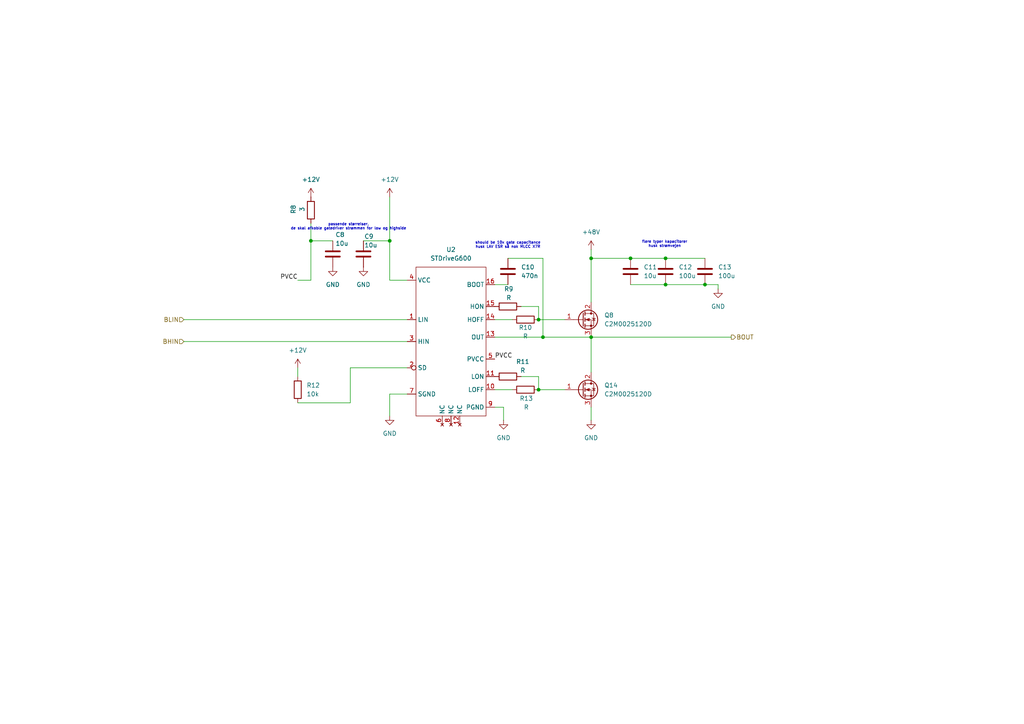
<source format=kicad_sch>
(kicad_sch (version 20250114) (generator "eeschema") (generator_version "9.0")
  (paper "A4")
  (lib_symbols
    (symbol "Device:C" (pin_numbers (hide yes)) (pin_names (offset 0.254))
      (property "Reference" "C" (at 0.635 2.54 0))
      (property "Value" "C" (at 0.635 -2.54 0))
      (symbol "C_0_1"
        (polyline (pts (xy -2.032 0.762) (xy 2.032 0.762)) (stroke (width 0.508)))
        (polyline (pts (xy -2.032 -0.762) (xy 2.032 -0.762)) (stroke (width 0.508)))
      )
      (symbol "C_1_1"
        (pin passive line (at 0 3.81 270) (length 2.794) (name "~") (number "1"))
        (pin passive line (at 0 -3.81 90) (length 2.794) (name "~") (number "2"))
      )
    )
    (symbol "Device:R" (pin_numbers (hide yes)) (pin_names (offset 0))
      (property "Reference" "R" (at 2.032 0 90))
      (property "Value" "R" (at 0 0 90))
      (symbol "R_0_1"
        (rectangle (start -1.016 -2.54) (end 1.016 2.54) (stroke (width 0.254)))
      )
      (symbol "R_1_1"
        (pin passive line (at 0 3.81 270) (length 1.27) (name "~") (number "1"))
        (pin passive line (at 0 -3.81 90) (length 1.27) (name "~") (number "2"))
      )
    )
    (symbol "Transistor_FET:C2M0025120D" (pin_names (hide yes))
      (property "Reference" "Q" (at 5.08 1.905 0))
      (property "Value" "C2M0025120D" (at 5.08 0 0))
      (symbol "C2M0025120D_0_1"
        (polyline (pts (xy 0.254 1.905) (xy 0.254 -1.905)) (stroke (width 0.254)))
        (polyline (pts (xy 0.254 0) (xy -2.54 0)))
        (polyline (pts (xy 0.762 2.286) (xy 0.762 1.27)) (stroke (width 0.254)))
        (polyline (pts (xy 0.762 0.508) (xy 0.762 -0.508)) (stroke (width 0.254)))
        (polyline (pts (xy 0.762 -1.27) (xy 0.762 -2.286)) (stroke (width 0.254)))
        (polyline (pts (xy 0.762 -1.778) (xy 3.302 -1.778) (xy 3.302 1.778) (xy 0.762 1.778)))
        (polyline (pts (xy 1.016 0) (xy 2.032 0.381) (xy 2.032 -0.381) (xy 1.016 0)) (fill (type outline)))
        (circle (center 1.651 0) (radius 2.794) (stroke (width 0.254)))
        (polyline (pts (xy 2.54 2.54) (xy 2.54 1.778)))
        (circle (center 2.54 1.778) (radius 0.254) (fill (type outline)))
        (circle (center 2.54 -1.778) (radius 0.254) (fill (type outline)))
        (polyline (pts (xy 2.54 -2.54) (xy 2.54 0) (xy 0.762 0)))
        (polyline (pts (xy 2.794 0.508) (xy 2.921 0.381) (xy 3.683 0.381) (xy 3.81 0.254)))
        (polyline (pts (xy 3.302 0.381) (xy 2.921 -0.254) (xy 3.683 -0.254) (xy 3.302 0.381)))
      )
      (symbol "C2M0025120D_1_1"
        (pin input line (at -5.08 0 0) (length 2.54) (name "G") (number "1"))
        (pin passive line (at 2.54 5.08 270) (length 2.54) (name "D") (number "2"))
        (pin passive line (at 2.54 -5.08 90) (length 2.54) (name "S") (number "3"))
      )
    )
    (symbol "power:+12V" (power) (pin_numbers (hide yes)) (pin_names (offset 0) (hide yes))
      (property "Value" "+12V" (at 0 3.556 0))
      (symbol "+12V_0_1"
        (polyline (pts (xy -0.762 1.27) (xy 0 2.54)))
        (polyline (pts (xy 0 2.54) (xy 0.762 1.27)))
        (polyline (pts (xy 0 0) (xy 0 2.54)))
      )
      (symbol "+12V_1_1"
        (pin power_in line (at 0 0 90) (length 0) (name "~") (number "1"))
      )
    )
    (symbol "power:+48V" (power) (pin_numbers (hide yes)) (pin_names (offset 0) (hide yes))
      (property "Value" "+48V" (at 0 3.556 0))
      (symbol "+48V_0_1"
        (polyline (pts (xy -0.762 1.27) (xy 0 2.54)))
        (polyline (pts (xy 0 2.54) (xy 0.762 1.27)))
        (polyline (pts (xy 0 0) (xy 0 2.54)))
      )
      (symbol "+48V_1_1"
        (pin power_in line (at 0 0 90) (length 0) (name "~") (number "1"))
      )
    )
    (symbol "power:GND" (power) (pin_numbers (hide yes)) (pin_names (offset 0) (hide yes))
      (property "Value" "GND" (at 0 -3.81 0))
      (symbol "GND_0_1"
        (polyline (pts (xy 0 0) (xy 0 -1.27) (xy 1.27 -1.27) (xy 0 -2.54) (xy -1.27 -1.27) (xy 0 -1.27)))
      )
      (symbol "GND_1_1"
        (pin power_in line (at 0 0 270) (length 0) (name "~") (number "1"))
      )
    )
    (symbol "stm:STDRIVEG600"
      (property "Reference" "U" (at 0 0 0))
      (symbol "STDRIVEG600_0_1"
        (rectangle (start -10.16 21.59) (end 10.16 -21.59))
      )
      (symbol "STDRIVEG600_1_1"
        (pin input line (at -12.7 17.78 0) (length 2.54) (name "VCC") (number "4"))
        (pin input line (at -12.7 6.35 0) (length 2.54) (name "LIN") (number "1"))
        (pin input line (at -12.7 0 0) (length 2.54) (name "HIN") (number "3"))
        (pin input inverted (at -12.7 -7.62 0) (length 2.54) (name "SD") (number "2"))
        (pin power_in line (at -12.7 -15.24 0) (length 2.54) (name "SGND") (number "7"))
        (pin no_connect line (at -2.54 -24.13 90) (length 2.54) (name "NC") (number "6"))
        (pin no_connect line (at 0 -24.13 90) (length 2.54) (name "NC") (number "8"))
        (pin no_connect line (at 2.54 -24.13 90) (length 2.54) (name "NC") (number "12"))
        (pin input line (at 12.7 16.51 180) (length 2.54) (name "BOOT") (number "16"))
        (pin output line (at 12.7 10.16 180) (length 2.54) (name "HON") (number "15"))
        (pin input line (at 12.7 6.35 180) (length 2.54) (name "HOFF") (number "14"))
        (pin input line (at 12.7 1.27 180) (length 2.54) (name "OUT") (number "13"))
        (pin input line (at 12.7 -5.08 180) (length 2.54) (name "PVCC") (number "5"))
        (pin input line (at 12.7 -10.16 180) (length 2.54) (name "LON") (number "11"))
        (pin input line (at 12.7 -13.97 180) (length 2.54) (name "LOFF") (number "10"))
        (pin power_in line (at 12.7 -19.05 180) (length 2.54) (name "PGND") (number "9"))
      )
    )
  )
  (text "flere typer kapacitorer\nhusk strømvejen" (at 192.786 70.866 0) (effects (font (size 0.762 0.762))))
  (text "should be 10x gate capacitance\nhusk LAV ESR så nok MLCC X7R\n" (at 147.32 71.12 0) (effects (font (size 0.762 0.762))))
  (text "passende størrelser,\nde skal afkoble gatedriver strømmen for low og highside" (at 101.092 65.786 0) (effects (font (size 0.762 0.762))))
  (junction (at 90.17 69.85))
  (junction (at 156.21 113.03))
  (junction (at 171.45 97.79))
  (junction (at 193.04 82.55))
  (junction (at 204.47 82.55))
  (junction (at 182.88 74.93))
  (junction (at 171.45 74.93))
  (junction (at 113.03 69.85))
  (junction (at 156.21 92.71))
  (junction (at 193.04 74.93))
  (junction (at 157.48 97.79))
  (wire (pts (xy 182.88 74.93) (xy 193.04 74.93)))
  (wire (pts (xy 208.28 82.55) (xy 208.28 83.82)))
  (wire (pts (xy 193.04 82.55) (xy 204.47 82.55)))
  (wire (pts (xy 171.45 72.39) (xy 171.45 74.93)))
  (wire (pts (xy 151.13 109.22) (xy 156.21 109.22)))
  (wire (pts (xy 118.11 114.3) (xy 113.03 114.3)))
  (wire (pts (xy 90.17 64.77) (xy 90.17 69.85)))
  (wire (pts (xy 171.45 97.79) (xy 171.45 107.95)))
  (wire (pts (xy 143.51 92.71) (xy 148.59 92.71)))
  (wire (pts (xy 113.03 69.85) (xy 113.03 57.15)))
  (wire (pts (xy 157.48 74.93) (xy 147.32 74.93)))
  (wire (pts (xy 86.36 116.84) (xy 101.6 116.84)))
  (wire (pts (xy 90.17 81.28) (xy 90.17 69.85)))
  (wire (pts (xy 171.45 97.79) (xy 212.09 97.79)))
  (wire (pts (xy 208.28 82.55) (xy 204.47 82.55)))
  (wire (pts (xy 90.17 69.85) (xy 96.52 69.85)))
  (wire (pts (xy 118.11 81.28) (xy 113.03 81.28)))
  (wire (pts (xy 156.21 88.9) (xy 156.21 92.71)))
  (wire (pts (xy 86.36 106.68) (xy 86.36 109.22)))
  (wire (pts (xy 53.34 99.06) (xy 118.11 99.06)))
  (wire (pts (xy 156.21 92.71) (xy 163.83 92.71)))
  (wire (pts (xy 171.45 74.93) (xy 171.45 87.63)))
  (wire (pts (xy 193.04 74.93) (xy 204.47 74.93)))
  (wire (pts (xy 151.13 88.9) (xy 156.21 88.9)))
  (wire (pts (xy 113.03 114.3) (xy 113.03 120.65)))
  (wire (pts (xy 101.6 116.84) (xy 101.6 106.68)))
  (wire (pts (xy 182.88 82.55) (xy 193.04 82.55)))
  (wire (pts (xy 157.48 97.79) (xy 157.48 74.93)))
  (wire (pts (xy 156.21 113.03) (xy 163.83 113.03)))
  (wire (pts (xy 101.6 106.68) (xy 118.11 106.68)))
  (wire (pts (xy 113.03 81.28) (xy 113.03 69.85)))
  (wire (pts (xy 171.45 118.11) (xy 171.45 121.92)))
  (wire (pts (xy 143.51 113.03) (xy 148.59 113.03)))
  (wire (pts (xy 171.45 74.93) (xy 182.88 74.93)))
  (wire (pts (xy 143.51 118.11) (xy 146.05 118.11)))
  (wire (pts (xy 143.51 82.55) (xy 147.32 82.55)))
  (wire (pts (xy 156.21 109.22) (xy 156.21 113.03)))
  (wire (pts (xy 143.51 97.79) (xy 157.48 97.79)))
  (wire (pts (xy 86.36 81.28) (xy 90.17 81.28)))
  (wire (pts (xy 157.48 97.79) (xy 171.45 97.79)))
  (wire (pts (xy 146.05 118.11) (xy 146.05 121.92)))
  (wire (pts (xy 53.34 92.71) (xy 118.11 92.71)))
  (wire (pts (xy 105.41 69.85) (xy 113.03 69.85)))
  (label "PVCC" (at 86.36 81.28 180))
  (label "PVCC" (at 143.51 104.14 0))
  (hierarchical_label "BOUT" (shape output) (at 212.09 97.79 0))
  (hierarchical_label "BLIN" (shape input) (at 53.34 92.71 180))
  (hierarchical_label "BHIN" (shape input) (at 53.34 99.06 180))
  (symbol (lib_id "Device:C") (at 182.88 78.74 0) (unit 1)
    (property "Reference" "C11" (at 186.69 77.4699 0) (effects (justify left)))
    (property "Value" "10u" (at 186.69 80.0099 0) (effects (justify left)))
    (property "Footprint" "Capacitor_SMD:C_2220_5750Metric" (effects (hide yes)))
    (property "Description" "Unpolarized capacitor" (effects (hide yes)))
  )
  (symbol (lib_id "Device:R") (at 90.17 60.96 180) (unit 1)
    (property "Reference" "R8" (at 85.09 60.706 90))
    (property "Value" "3" (at 87.63 60.706 90))
    (property "Footprint" "Resistor_SMD:R_1210_3225Metric" (effects (hide yes)))
    (property "Description" "Resistor" (effects (hide yes)))
  )
  (symbol (lib_id "power:+12V") (at 86.36 106.68 0) (unit 1)
    (property "Reference" "#PWR021" (effects (hide yes)))
    (property "Value" "+12V" (at 86.36 101.6 0))
    (property "Description" "Power symbol creates a global label with name \"+12V\"" (effects (hide yes)))
  )
  (symbol (lib_id "Device:C") (at 147.32 78.74 0) (unit 1)
    (property "Reference" "C10" (at 151.13 77.4699 0) (effects (justify left)))
    (property "Value" "470n" (at 151.13 80.0099 0) (effects (justify left)))
    (property "Footprint" "Capacitor_SMD:C_1206_3216Metric" (effects (hide yes)))
    (property "Description" "Unpolarized capacitor" (effects (hide yes)))
  )
  (symbol (lib_id "power:+12V") (at 113.03 57.15 0) (unit 1)
    (property "Reference" "#PWR016" (effects (hide yes)))
    (property "Value" "+12V" (at 113.03 52.07 0))
    (property "Description" "Power symbol creates a global label with name \"+12V\"" (effects (hide yes)))
  )
  (symbol (lib_id "power:+48V") (at 171.45 72.39 0) (unit 1)
    (property "Reference" "#PWR017" (effects (hide yes)))
    (property "Value" "+48V" (at 171.45 67.31 0))
    (property "Description" "Power symbol creates a global label with name \"+48V\"" (effects (hide yes)))
  )
  (symbol (lib_id "Device:R") (at 152.4 92.71 90) (unit 1)
    (property "Reference" "R10" (at 152.4 94.996 90))
    (property "Value" "R" (at 152.4 97.536 90))
    (property "Footprint" "Resistor_SMD:R_1206_3216Metric" (effects (hide yes)))
    (property "Description" "Resistor" (effects (hide yes)))
  )
  (symbol (lib_id "Device:C") (at 96.52 73.66 0) (unit 1)
    (property "Reference" "C8" (at 97.282 68.072 0) (effects (justify left)))
    (property "Value" "10u" (at 97.282 70.612 0) (effects (justify left)))
    (property "Footprint" "Capacitor_SMD:C_1812_4532Metric" (effects (hide yes)))
    (property "Description" "Unpolarized capacitor" (effects (hide yes)))
  )
  (symbol (lib_id "power:GND") (at 208.28 83.82 0) (unit 1)
    (property "Reference" "#PWR020" (effects (hide yes)))
    (property "Value" "GND" (at 208.28 88.9 0))
    (property "Description" "Power symbol creates a global label with name \"GND\" , ground" (effects (hide yes)))
  )
  (symbol (lib_id "Device:C") (at 193.04 78.74 0) (unit 1)
    (property "Reference" "C12" (at 196.85 77.4699 0) (effects (justify left)))
    (property "Value" "100u" (at 196.85 80.0099 0) (effects (justify left)))
    (property "Footprint" "Capacitor_SMD:C_Elec_6.3x7.7" (effects (hide yes)))
    (property "Description" "Unpolarized capacitor" (effects (hide yes)))
  )
  (symbol (lib_id "stm:STDRIVEG600") (at 130.81 99.06 0) (unit 1)
    (property "Reference" "U2" (at 130.81 72.39 0))
    (property "Value" "STDriveG600" (at 130.81 74.93 0))
    (property "Footprint" "Package_SO:SO-16_3.9x9.9mm_P1.27mm" (effects (hide yes)))
    (property "Datasheet" "https://www.st.com/resource/en/datasheet/stdriveg600.pdf" (effects (hide yes)))
    (property "Description" "Half-bridge gatedriver" (effects (hide yes)))
  )
  (symbol (lib_id "power:+12V") (at 90.17 57.15 0) (unit 1)
    (property "Reference" "#PWR015" (effects (hide yes)))
    (property "Value" "+12V" (at 90.17 52.07 0))
    (property "Description" "Power symbol creates a global label with name \"+12V\"" (effects (hide yes)))
  )
  (symbol (lib_id "Device:C") (at 105.41 73.66 0) (unit 1)
    (property "Reference" "C9" (at 105.664 68.58 0) (effects (justify left)))
    (property "Value" "10u" (at 105.664 71.12 0) (effects (justify left)))
    (property "Footprint" "Capacitor_SMD:C_1812_4532Metric" (effects (hide yes)))
    (property "Description" "Unpolarized capacitor" (effects (hide yes)))
  )
  (symbol (lib_id "Device:C") (at 204.47 78.74 0) (unit 1)
    (property "Reference" "C13" (at 208.28 77.4699 0) (effects (justify left)))
    (property "Value" "100u" (at 208.28 80.0099 0) (effects (justify left)))
    (property "Footprint" "Capacitor_SMD:C_Elec_6.3x7.7" (effects (hide yes)))
    (property "Description" "Unpolarized capacitor" (effects (hide yes)))
  )
  (symbol (lib_id "Device:R") (at 152.4 113.03 90) (unit 1)
    (property "Reference" "R13" (at 152.654 115.57 90))
    (property "Value" "R" (at 152.654 118.11 90))
    (property "Footprint" "Resistor_SMD:R_1206_3216Metric" (effects (hide yes)))
    (property "Description" "Resistor" (effects (hide yes)))
  )
  (symbol (lib_id "power:GND") (at 146.05 121.92 0) (unit 1)
    (property "Reference" "#PWR023" (effects (hide yes)))
    (property "Value" "GND" (at 146.05 127 0))
    (property "Description" "Power symbol creates a global label with name \"GND\" , ground" (effects (hide yes)))
  )
  (symbol (lib_id "power:GND") (at 171.45 121.92 0) (unit 1)
    (property "Reference" "#PWR024" (effects (hide yes)))
    (property "Value" "GND" (at 171.45 127 0))
    (property "Description" "Power symbol creates a global label with name \"GND\" , ground" (effects (hide yes)))
  )
  (symbol (lib_id "Device:R") (at 86.36 113.03 180) (unit 1)
    (property "Reference" "R12" (at 88.9 111.7599 0) (effects (justify right)))
    (property "Value" "10k" (at 88.9 114.2999 0) (effects (justify right)))
    (property "Footprint" "Resistor_SMD:R_1812_4532Metric" (effects (hide yes)))
    (property "Description" "Resistor" (effects (hide yes)))
  )
  (symbol (lib_id "power:GND") (at 96.52 77.47 0) (unit 1)
    (property "Reference" "#PWR018" (effects (hide yes)))
    (property "Value" "GND" (at 96.52 82.55 0))
    (property "Description" "Power symbol creates a global label with name \"GND\" , ground" (effects (hide yes)))
  )
  (symbol (lib_id "power:GND") (at 105.41 77.47 0) (unit 1)
    (property "Reference" "#PWR019" (effects (hide yes)))
    (property "Value" "GND" (at 105.41 82.55 0))
    (property "Description" "Power symbol creates a global label with name \"GND\" , ground" (effects (hide yes)))
  )
  (symbol (lib_id "Device:R") (at 147.32 88.9 90) (unit 1)
    (property "Reference" "R9" (at 147.574 83.82 90))
    (property "Value" "R" (at 147.574 86.36 90))
    (property "Footprint" "Resistor_SMD:R_1206_3216Metric" (effects (hide yes)))
    (property "Description" "Resistor" (effects (hide yes)))
  )
  (symbol (lib_id "Transistor_FET:C2M0025120D") (at 168.91 113.03 0) (unit 1)
    (property "Reference" "Q14" (at 175.26 111.7599 0) (effects (justify left)))
    (property "Value" "C2M0025120D" (at 175.26 114.2999 0) (effects (justify left)))
    (property "Footprint" "Package_TO_SOT_SMD:TO-252-2" (effects (hide yes)))
    (property "Datasheet" "https://www.wolfspeed.com/media/downloads/161/C2M0025120D.pdf" (effects (hide yes)))
    (property "Description" "90A Id, 1200V Vds, 25mOhm, N-Channel SiC MOSFET, TO-247" (effects (hide yes)))
  )
  (symbol (lib_id "power:GND") (at 113.03 120.65 0) (unit 1)
    (property "Reference" "#PWR022" (effects (hide yes)))
    (property "Value" "GND" (at 113.03 125.73 0))
    (property "Description" "Power symbol creates a global label with name \"GND\" , ground" (effects (hide yes)))
  )
  (symbol (lib_id "Transistor_FET:C2M0025120D") (at 168.91 92.71 0) (unit 1)
    (property "Reference" "Q8" (at 175.26 91.4399 0) (effects (justify left)))
    (property "Value" "C2M0025120D" (at 175.26 93.9799 0) (effects (justify left)))
    (property "Footprint" "Package_TO_SOT_SMD:TO-252-2" (effects (hide yes)))
    (property "Datasheet" "https://www.wolfspeed.com/media/downloads/161/C2M0025120D.pdf" (effects (hide yes)))
    (property "Description" "90A Id, 1200V Vds, 25mOhm, N-Channel SiC MOSFET, TO-247" (effects (hide yes)))
  )
  (symbol (lib_id "Device:R") (at 147.32 109.22 90) (unit 1)
    (property "Reference" "R11" (at 151.638 104.902 90))
    (property "Value" "R" (at 151.638 107.442 90))
    (property "Footprint" "Resistor_SMD:R_1206_3216Metric" (effects (hide yes)))
    (property "Description" "Resistor" (effects (hide yes)))
  )
)
</source>
